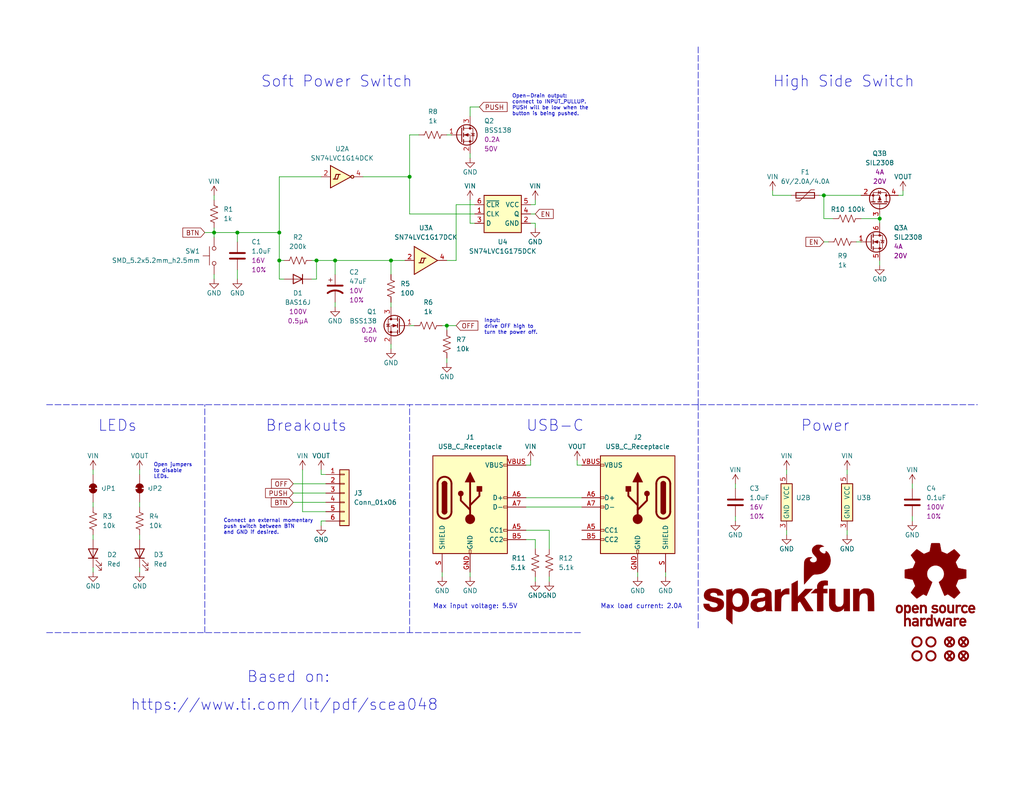
<source format=kicad_sch>
(kicad_sch (version 20231120) (generator "eeschema") (generator_version "8.0")
  (paper "USLetter")
  (title_block (title "SparkFun Soft Power Switch Mk2 USB-C") (date "2024-09-30") (rev "v10") (comment 1 "Designed by: Paul Clark"))
  (lib_symbols
    (symbol "SparkFun-Aesthetic:Fiducial_0.5mm"
      (symbol "Fiducial_0.5mm_1_1"
        (text "x" (at 0 0.254 0) (effects (font (size 2.5 2.5) (bold yes))))
      )
    )
    (symbol "SparkFun-Aesthetic:OSHW_Logo" (pin_names (offset 1.016)) (in_bom no))
    (symbol "SparkFun-Aesthetic:SparkFun_Logo" (pin_names (offset 1.016)) (on_board no))
    (symbol "SparkFun-Capacitor:0.1uF_0603_100V_10%" (pin_numbers hide) (pin_names (offset 0.254))
      (property "Reference" "C" (at 0.635 2.54 0))
      (property "Value" "0.1uF" (at 0.635 -2.54 0))
      (property "Voltage" "100V" (at 0 -6.35 0))
      (property "Tolerance" "10%" (at 0 -8.89 0))
      (symbol "0.1uF_0603_100V_10%_1_1"
        (pin passive line (at 0 3.81 270) (length 2.794) (name "~") (number "1"))
        (pin passive line (at 0 -3.81 90) (length 2.794) (name "~") (number "2"))
      )
    )
    (symbol "SparkFun-Capacitor:1.0uF_0603_16V_10%" (pin_numbers hide) (pin_names (offset 0.254))
      (property "Reference" "C" (at 0.635 2.54 0))
      (property "Value" "1.0uF" (at 0.635 -2.54 0))
      (property "Voltage" "16V" (at 0 -6.35 0))
      (property "Tolerance" "10%" (at 0 -8.89 0))
      (symbol "1.0uF_0603_16V_10%_1_1"
        (pin passive line (at 0 3.81 270) (length 2.794) (name "~") (number "1"))
        (pin passive line (at 0 -3.81 90) (length 2.794) (name "~") (number "2"))
      )
    )
    (symbol "SparkFun-Capacitor:47uF_3528_10V_10%" (pin_numbers hide) (pin_names (offset 0.254) hide)
      (property "Reference" "C" (at 0.635 2.54 0))
      (property "Value" "47uF" (at 0.635 -2.54 0))
      (property "Voltage" "10V" (at 0 -7.62 0))
      (property "Tolerance" "10%" (at 0 -10.16 0))
      (symbol "47uF_3528_10V_10%_1_1"
        (pin passive line (at 0 3.81 270) (length 2.794) (name "~") (number "1"))
        (pin passive line (at 0 -3.81 90) (length 3.302) (name "~") (number "2"))
      )
    )
    (symbol "SparkFun-Connector:Conn_01x06" (pin_names (offset 1.016) hide)
      (property "Reference" "J" (at 0 7.62 0))
      (property "Value" "Conn_01x06" (at 0 -10.16 0))
      (symbol "Conn_01x06_1_1"
        (pin passive line (at -5.08 5.08 0) (length 3.81) (name "Pin_1") (number "1"))
        (pin passive line (at -5.08 2.54 0) (length 3.81) (name "Pin_2") (number "2"))
        (pin passive line (at -5.08 0 0) (length 3.81) (name "Pin_3") (number "3"))
        (pin passive line (at -5.08 -2.54 0) (length 3.81) (name "Pin_4") (number "4"))
        (pin passive line (at -5.08 -5.08 0) (length 3.81) (name "Pin_5") (number "5"))
        (pin passive line (at -5.08 -7.62 0) (length 3.81) (name "Pin_6") (number "6"))
      )
    )
    (symbol "SparkFun-Connector:USB_C_Receptacle" (pin_names (offset 1.016))
      (property "Reference" "J" (at -10.16 12.7 0))
      (property "Value" "USB_C_Receptacle" (at 19.05 12.7 0))
      (symbol "USB_C_Receptacle_1_1"
        (pin bidirectional line (at 15.24 -8.89 180) (length 5.08) (name "CC1") (number "A5"))
        (pin bidirectional line (at 15.24 0 180) (length 5.08) (name "D+") (number "A6"))
        (pin bidirectional line (at 15.24 -2.54 180) (length 5.08) (name "D-") (number "A7"))
        (pin no_connect line (at 2.54 -15.24 90) (length 5.08) hide (name "NC") (number "A8"))
        (pin bidirectional line (at 15.24 -11.43 180) (length 5.08) (name "CC2") (number "B5"))
        (pin bidirectional line (at 15.24 0 180) (length 5.08) hide (name "D+") (number "B6"))
        (pin bidirectional line (at 15.24 -2.54 180) (length 5.08) hide (name "D-") (number "B7"))
        (pin no_connect line (at 3.81 -15.24 90) (length 5.08) hide (name "NC") (number "B8"))
        (pin passive line (at 0 -20.32 90) (length 5.08) (name "GND") (number "GND"))
        (pin no_connect line (at -5.08 -15.24 90) (length 5.08) hide (name "NC") (number "NC1"))
        (pin no_connect line (at -3.81 -15.24 90) (length 5.08) hide (name "NC") (number "NC2"))
        (pin no_connect line (at -2.54 -15.24 90) (length 5.08) hide (name "NC") (number "NC3"))
        (pin passive line (at -7.62 -20.32 90) (length 5.08) (name "SHIELD") (number "S"))
        (pin power_out line (at 15.24 8.89 180) (length 5.08) (name "VBUS") (number "VBUS"))
      )
    )
    (symbol "SparkFun-DiscreteSemi:D_250mA_100V" (pin_numbers hide) (pin_names (offset 1.016) hide)
      (property "Reference" "D" (at 0 2.54 0))
      (property "Value" "BAS16J" (at 0 -2.54 0))
      (property "VMax" "100V" (at 0 -5.08 0))
      (property "IRev" "0.5μA" (at 0 -7.62 0))
      (symbol "D_250mA_100V_1_1"
        (pin passive line (at 3.81 0 180) (length 2.54) (name "A") (number "A"))
        (pin passive line (at -3.81 0 0) (length 2.54) (name "C") (number "C"))
      )
    )
    (symbol "SparkFun-DiscreteSemi:Q_NMOS_0.2A_50V" (pin_names (offset 0) hide)
      (property "Reference" "Q" (at 5.08 1.27 0))
      (property "Value" "BSS138" (at 5.08 -1.27 0))
      (property "IMax" "0.2A" (at 7.62 -3.81 0))
      (property "VMax" "50V" (at 7.62 -6.35 0))
      (symbol "Q_NMOS_0.2A_50V_1_1"
        (pin input line (at -2.54 0 0) (length 0) (name "G") (number "1"))
        (pin passive line (at 2.54 -5.08 90) (length 2.54) (name "S") (number "2"))
        (pin passive line (at 2.54 5.08 270) (length 2.54) (name "D") (number "3"))
      )
    )
    (symbol "SparkFun-DiscreteSemi:Q_NPMOS_DUAL_4A_20V" (pin_names hide)
      (property "Reference" "Q" (at 5.08 1.905 0))
      (property "Value" "SIL2308" (at 5.08 0 0))
      (property "IMax" "4A" (at 6.35 -2.54 0))
      (property "VMax" "20V" (at 7.62 -5.08 0))
      (symbol "Q_NPMOS_DUAL_4A_20V_1_1"
        (pin input line (at -2.54 0 0) (length 0) (name "G") (number "1"))
        (pin passive line (at 2.54 -5.08 90) (length 2.54) (name "S") (number "5"))
        (pin passive line (at 2.54 5.08 270) (length 2.54) (name "D") (number "6"))
      )
      (symbol "Q_NPMOS_DUAL_4A_20V_2_1"
        (pin passive line (at 2.54 -5.08 90) (length 2.54) (name "1") (number "2"))
        (pin input line (at -2.54 0 0) (length 0) (name "G") (number "3"))
        (pin passive line (at 2.54 5.08 270) (length 2.54) (name "D") (number "4"))
      )
    )
    (symbol "SparkFun-Fuse:Fuse 6V/2.0A/4.0A" (pin_numbers hide) (pin_names (offset 0))
      (property "Reference" "F" (at 0 2.54 0))
      (property "Value" "6V/2.0A/4.0A" (at 0 -2.54 0))
      (symbol "Fuse 6V/2.0A/4.0A_1_1"
        (pin passive line (at 3.81 0 180) (length 1.27) (name "~") (number "1"))
        (pin passive line (at -3.81 0 0) (length 1.27) (name "~") (number "2"))
      )
    )
    (symbol "SparkFun-Hardware:Standoff")
    (symbol "SparkFun-IC-Logic:74LVC1G14"
      (property "Reference" "U" (at 2.54 3.81 0))
      (property "Value" "SN74LVC1G14DCK" (at 2.54 -3.81 0))
      (symbol "74LVC1G14_1_1"
        (pin input line (at -6.35 0 0) (length 2.54) (name "~") (number "2"))
        (pin output line (at 5.08 0 180) (length 2.54) (name "~") (number "4"))
      )
      (symbol "74LVC1G14_2_1"
        (pin power_in line (at 0 -7.62 90) (length 2.54) (name "GND") (number "3"))
        (pin power_in line (at 0 7.62 270) (length 2.54) (name "VCC") (number "5"))
      )
    )
    (symbol "SparkFun-IC-Logic:74LVC1G17"
      (property "Reference" "U" (at 1.905 2.54 0))
      (property "Value" "SN74LVC1G17DCK" (at 1.905 -2.54 0))
      (symbol "74LVC1G17_1_1"
        (pin input line (at -6.35 0 0) (length 2.54) (name "~") (number "2"))
        (pin output line (at 5.08 0 180) (length 2.54) (name "~") (number "4"))
      )
      (symbol "74LVC1G17_2_1"
        (pin power_in line (at 0 -7.62 90) (length 2.54) (name "GND") (number "3"))
        (pin power_in line (at 0 7.62 270) (length 2.54) (name "VCC") (number "5"))
      )
    )
    (symbol "SparkFun-IC-Logic:74LVC1G175"
      (property "Reference" "U" (at 0 8.89 0))
      (property "Value" "SN74LVC1G175DCK" (at 0 6.35 0))
      (symbol "74LVC1G175_1_1"
        (pin input line (at -7.62 0 0) (length 2.54) (name "CLK") (number "1"))
        (pin power_in line (at 7.62 -2.54 180) (length 2.54) (name "GND") (number "2"))
        (pin input line (at -7.62 -2.54 0) (length 2.54) (name "D") (number "3"))
        (pin output line (at 7.62 0 180) (length 2.54) (name "Q") (number "4"))
        (pin power_in line (at 7.62 2.54 180) (length 2.54) (name "VCC") (number "5"))
        (pin input line (at -7.62 2.54 0) (length 2.54) (name "~{CLR}") (number "6"))
      )
    )
    (symbol "SparkFun-Jumper:SolderJumper_2_Bridged" (pin_numbers hide) (pin_names (offset 0) hide)
      (property "Reference" "JP" (at 0 2.032 0))
      (property "Value" "~" (at 0 -2.54 0))
      (symbol "SolderJumper_2_Bridged_1_1"
        (pin passive line (at -3.81 0 0) (length 2.54) (name "A") (number "1"))
        (pin passive line (at 3.81 0 180) (length 2.54) (name "B") (number "2"))
      )
    )
    (symbol "SparkFun-LED:LED_Red_0603" (pin_numbers hide) (pin_names (offset 1.016) hide)
      (property "Reference" "D" (at 0 2.54 0))
      (property "Value" "Red" (at 0 -2.54 0))
      (symbol "LED_Red_0603_1_1"
        (pin passive line (at -3.81 0 0) (length 2.54) (name "K") (number "1"))
        (pin passive line (at 3.81 0 180) (length 2.54) (name "A") (number "2"))
      )
    )
    (symbol "SparkFun-PowerSymbol:GND" (power) (pin_names (offset 0))
      (property "Value" "GND" (at 0 -3.81 0))
      (symbol "GND_1_1"
        (pin power_in line (at 0 0 270) (length 0) hide (name "GND") (number "1"))
      )
    )
    (symbol "SparkFun-PowerSymbol:VIN" (power) (pin_names (offset 0))
      (property "Value" "VIN" (at 0 3.81 0))
      (symbol "VIN_1_1"
        (pin power_in line (at 0 0 90) (length 0) hide (name "VIN") (number "1"))
      )
    )
    (symbol "SparkFun-PowerSymbol:VOUT" (power) (pin_names (offset 0))
      (property "Value" "VOUT" (at 0 3.81 0))
      (symbol "VOUT_1_1"
        (pin power_in line (at 0 0 90) (length 0) hide (name "VOUT") (number "1"))
      )
    )
    (symbol "SparkFun-Resistor:100_0603" (pin_numbers hide) (pin_names (offset 0))
      (property "Reference" "R" (at 0 -2.54 0))
      (property "Value" "100" (at 0 2.54 0))
      (symbol "100_0603_1_1"
        (pin passive line (at 3.81 0 180) (length 1.27) (name "~") (number "1"))
        (pin passive line (at -3.81 0 0) (length 1.27) (name "~") (number "2"))
      )
    )
    (symbol "SparkFun-Resistor:100k_0603" (pin_numbers hide) (pin_names (offset 0))
      (property "Reference" "R" (at 0 -2.54 0))
      (property "Value" "100k" (at 0 2.54 0))
      (symbol "100k_0603_1_1"
        (pin passive line (at 3.81 0 180) (length 1.27) (name "~") (number "1"))
        (pin passive line (at -3.81 0 0) (length 1.27) (name "~") (number "2"))
      )
    )
    (symbol "SparkFun-Resistor:10k_0603" (pin_numbers hide) (pin_names (offset 0))
      (property "Reference" "R" (at 0 -2.54 0))
      (property "Value" "10k" (at 0 2.54 0))
      (symbol "10k_0603_1_1"
        (pin passive line (at 3.81 0 180) (length 1.27) (name "~") (number "1"))
        (pin passive line (at -3.81 0 0) (length 1.27) (name "~") (number "2"))
      )
    )
    (symbol "SparkFun-Resistor:1k_0603" (pin_numbers hide) (pin_names (offset 0))
      (property "Reference" "R" (at 0 -2.54 0))
      (property "Value" "1k" (at 0 2.54 0))
      (symbol "1k_0603_1_1"
        (pin passive line (at 3.81 0 180) (length 1.27) (name "~") (number "1"))
        (pin passive line (at -3.81 0 0) (length 1.27) (name "~") (number "2"))
      )
    )
    (symbol "SparkFun-Resistor:200k_0603" (pin_numbers hide) (pin_names (offset 0))
      (property "Reference" "R" (at 0 -2.54 0))
      (property "Value" "200k" (at 0 2.54 0))
      (symbol "200k_0603_1_1"
        (pin passive line (at 3.81 0 180) (length 1.27) (name "~") (number "1"))
        (pin passive line (at -3.81 0 0) (length 1.27) (name "~") (number "2"))
      )
    )
    (symbol "SparkFun-Resistor:5.1k_0603" (pin_numbers hide) (pin_names (offset 0))
      (property "Reference" "R" (at 0 -2.54 0))
      (property "Value" "5.1k" (at 0 2.54 0))
      (symbol "5.1k_0603_1_1"
        (pin passive line (at 3.81 0 180) (length 1.27) (name "~") (number "1"))
        (pin passive line (at -3.81 0 0) (length 1.27) (name "~") (number "2"))
      )
    )
    (symbol "SparkFun-Switch:SPST_Push_SMD_5.2x5.2mm_h2.5mm" (pin_numbers hide) (pin_names (offset 0) hide)
      (property "Reference" "SW" (at 0 5.08 0))
      (property "Value" "SMD_5.2x5.2mm_h2.5mm" (at 0 -2.54 0))
      (symbol "SPST_Push_SMD_5.2x5.2mm_h2.5mm_0_1"
        (pin passive line (at -5.08 0 0) (length 2.54) (name "1") (number "1"))
      )
      (symbol "SPST_Push_SMD_5.2x5.2mm_h2.5mm_1_1"
        (pin passive line (at 5.08 0 180) (length 2.54) (name "2") (number "2"))
      )
    )
  )
  (junction (at 111.76 48.26))
  (junction (at 86.36 71.12))
  (junction (at 58.42 63.5))
  (junction (at 91.44 71.12))
  (junction (at 240.03 59.69))
  (junction (at 76.2 71.12))
  (junction (at 121.92 88.9))
  (junction (at 64.77 63.5))
  (junction (at 224.79 53.34))
  (junction (at 76.2 63.5))
  (junction (at 106.68 71.12))
  (wire (pts (xy 248.92 132.08) (xy 248.92 133.35)))
  (wire (pts (xy 106.68 93.98) (xy 106.68 95.25)))
  (wire (pts (xy 120.65 88.9) (xy 121.92 88.9)))
  (wire (pts (xy 224.79 59.69) (xy 224.79 53.34)))
  (wire (pts (xy 240.03 71.12) (xy 240.03 72.39)))
  (wire (pts (xy 106.68 71.12) (xy 110.49 71.12)))
  (wire (pts (xy 38.1 128.27) (xy 38.1 129.54)))
  (wire (pts (xy 246.38 52.07) (xy 246.38 53.34)))
  (wire (pts (xy 234.95 59.69) (xy 240.03 59.69)))
  (wire (pts (xy 157.48 127) (xy 158.75 127)))
  (wire (pts (xy 130.81 29.21) (xy 128.27 29.21)))
  (polyline (pts (xy 190.5 171.45) (xy 190.5 110.49)) (stroke (width 0) (type dash)))
  (polyline (pts (xy 12.7 110.49) (xy 266.7 110.49)) (stroke (width 0) (type dash)))
  (polyline (pts (xy 55.88 172.72) (xy 55.88 110.49)) (stroke (width 0) (type dash)))
  (wire (pts (xy 58.42 53.34) (xy 58.42 54.61)))
  (wire (pts (xy 85.09 71.12) (xy 86.36 71.12)))
  (wire (pts (xy 58.42 63.5) (xy 64.77 63.5)))
  (wire (pts (xy 129.54 60.96) (xy 128.27 60.96)))
  (wire (pts (xy 144.78 55.88) (xy 146.05 55.88)))
  (wire (pts (xy 64.77 73.66) (xy 64.77 76.2)))
  (wire (pts (xy 121.92 36.83) (xy 123.19 36.83)))
  (wire (pts (xy 58.42 62.23) (xy 58.42 63.5)))
  (wire (pts (xy 224.79 53.34) (xy 234.95 53.34)))
  (wire (pts (xy 227.33 59.69) (xy 224.79 59.69)))
  (wire (pts (xy 64.77 66.04) (xy 64.77 63.5)))
  (wire (pts (xy 91.44 71.12) (xy 106.68 71.12)))
  (polyline (pts (xy 12.7 172.72) (xy 158.75 172.72)) (stroke (width 0) (type dash)))
  (wire (pts (xy 231.14 144.78) (xy 231.14 146.05)))
  (wire (pts (xy 248.92 140.97) (xy 248.92 142.24)))
  (wire (pts (xy 91.44 74.93) (xy 91.44 71.12)))
  (wire (pts (xy 25.4 154.94) (xy 25.4 156.21)))
  (wire (pts (xy 99.06 48.26) (xy 111.76 48.26)))
  (wire (pts (xy 128.27 41.91) (xy 128.27 43.18)))
  (wire (pts (xy 76.2 63.5) (xy 64.77 63.5)))
  (wire (pts (xy 111.76 58.42) (xy 129.54 58.42)))
  (wire (pts (xy 87.63 48.26) (xy 76.2 48.26)))
  (wire (pts (xy 86.36 76.2) (xy 86.36 71.12)))
  (wire (pts (xy 80.01 132.08) (xy 88.9 132.08)))
  (wire (pts (xy 88.9 129.54) (xy 87.63 129.54)))
  (wire (pts (xy 77.47 76.2) (xy 76.2 76.2)))
  (wire (pts (xy 149.86 149.86) (xy 149.86 144.78)))
  (wire (pts (xy 144.78 60.96) (xy 146.05 60.96)))
  (wire (pts (xy 121.92 90.17) (xy 121.92 88.9)))
  (wire (pts (xy 224.79 66.04) (xy 226.06 66.04)))
  (wire (pts (xy 200.66 140.97) (xy 200.66 142.24)))
  (wire (pts (xy 173.99 156.21) (xy 173.99 157.48)))
  (wire (pts (xy 88.9 139.7) (xy 82.55 139.7)))
  (wire (pts (xy 143.51 135.89) (xy 158.75 135.89)))
  (wire (pts (xy 223.52 53.34) (xy 224.79 53.34)))
  (wire (pts (xy 111.76 48.26) (xy 111.76 58.42)))
  (wire (pts (xy 214.63 144.78) (xy 214.63 146.05)))
  (wire (pts (xy 76.2 71.12) (xy 76.2 63.5)))
  (wire (pts (xy 128.27 29.21) (xy 128.27 31.75)))
  (wire (pts (xy 55.88 63.5) (xy 58.42 63.5)))
  (wire (pts (xy 111.76 88.9) (xy 113.03 88.9)))
  (wire (pts (xy 146.05 54.61) (xy 146.05 55.88)))
  (wire (pts (xy 240.03 58.42) (xy 240.03 59.69)))
  (wire (pts (xy 25.4 137.16) (xy 25.4 138.43)))
  (wire (pts (xy 86.36 71.12) (xy 91.44 71.12)))
  (wire (pts (xy 88.9 142.24) (xy 87.63 142.24)))
  (wire (pts (xy 157.48 125.73) (xy 157.48 127)))
  (wire (pts (xy 120.65 156.21) (xy 120.65 157.48)))
  (wire (pts (xy 38.1 154.94) (xy 38.1 156.21)))
  (wire (pts (xy 124.46 71.12) (xy 124.46 55.88)))
  (wire (pts (xy 143.51 144.78) (xy 149.86 144.78)))
  (wire (pts (xy 76.2 76.2) (xy 76.2 71.12)))
  (wire (pts (xy 146.05 149.86) (xy 146.05 147.32)))
  (wire (pts (xy 111.76 36.83) (xy 111.76 48.26)))
  (wire (pts (xy 143.51 127) (xy 144.78 127)))
  (wire (pts (xy 106.68 82.55) (xy 106.68 83.82)))
  (wire (pts (xy 143.51 147.32) (xy 146.05 147.32)))
  (wire (pts (xy 200.66 132.08) (xy 200.66 133.35)))
  (wire (pts (xy 144.78 125.73) (xy 144.78 127)))
  (wire (pts (xy 144.78 58.42) (xy 146.05 58.42)))
  (wire (pts (xy 215.9 53.34) (xy 210.82 53.34)))
  (wire (pts (xy 25.4 146.05) (xy 25.4 147.32)))
  (wire (pts (xy 146.05 157.48) (xy 146.05 158.75)))
  (wire (pts (xy 85.09 76.2) (xy 86.36 76.2)))
  (wire (pts (xy 91.44 82.55) (xy 91.44 83.82)))
  (wire (pts (xy 146.05 60.96) (xy 146.05 62.23)))
  (wire (pts (xy 76.2 48.26) (xy 76.2 63.5)))
  (wire (pts (xy 38.1 137.16) (xy 38.1 138.43)))
  (wire (pts (xy 80.01 137.16) (xy 88.9 137.16)))
  (wire (pts (xy 58.42 64.77) (xy 58.42 63.5)))
  (wire (pts (xy 240.03 59.69) (xy 240.03 60.96)))
  (wire (pts (xy 114.3 36.83) (xy 111.76 36.83)))
  (wire (pts (xy 76.2 71.12) (xy 77.47 71.12)))
  (wire (pts (xy 181.61 156.21) (xy 181.61 157.48)))
  (polyline (pts (xy 190.5 110.49) (xy 190.5 12.7)) (stroke (width 0) (type dash)))
  (wire (pts (xy 121.92 97.79) (xy 121.92 99.06)))
  (wire (pts (xy 231.14 128.27) (xy 231.14 129.54)))
  (wire (pts (xy 87.63 142.24) (xy 87.63 143.51)))
  (wire (pts (xy 210.82 53.34) (xy 210.82 52.07)))
  (wire (pts (xy 245.11 53.34) (xy 246.38 53.34)))
  (polyline (pts (xy 111.76 172.72) (xy 111.76 110.49)) (stroke (width 0) (type dash)))
  (wire (pts (xy 124.46 55.88) (xy 129.54 55.88)))
  (wire (pts (xy 128.27 54.61) (xy 128.27 60.96)))
  (wire (pts (xy 38.1 146.05) (xy 38.1 147.32)))
  (wire (pts (xy 58.42 74.93) (xy 58.42 76.2)))
  (wire (pts (xy 143.51 138.43) (xy 158.75 138.43)))
  (wire (pts (xy 121.92 88.9) (xy 124.46 88.9)))
  (wire (pts (xy 82.55 128.27) (xy 82.55 139.7)))
  (wire (pts (xy 233.68 66.04) (xy 234.95 66.04)))
  (wire (pts (xy 87.63 128.27) (xy 87.63 129.54)))
  (wire (pts (xy 25.4 128.27) (xy 25.4 129.54)))
  (wire (pts (xy 106.68 74.93) (xy 106.68 71.12)))
  (wire (pts (xy 149.86 157.48) (xy 149.86 158.75)))
  (wire (pts (xy 80.01 134.62) (xy 88.9 134.62)))
  (wire (pts (xy 214.63 128.27) (xy 214.63 129.54)))
  (wire (pts (xy 121.92 71.12) (xy 124.46 71.12)))
  (wire (pts (xy 128.27 156.21) (xy 128.27 157.48)))
  (text "Connect an external momentary\npush switch between BTN\nand GND if desired." (at 60.96 146.05 0) (effects (font (size 1 1)) (justify left bottom)))
  (text "High Side Switch" (at 210.82 24.13 0) (effects (font (size 3 3)) (justify left bottom)))
  (text "Soft Power Switch" (at 71.12 24.13 0) (effects (font (size 3 3)) (justify left bottom)))
  (text "Open jumpers\nto disable\nLEDs." (at 41.91 130.81 0) (effects (font (size 1 1)) (justify left bottom)))
  (text "Breakouts" (at 72.39 118.11 0) (effects (font (size 3 3)) (justify left bottom)))
  (text "Open-Drain output:\nconnect to INPUT_PULLUP.\nPUSH will be low when the\nbutton is being pushed." (at 139.7 31.75 0) (effects (font (size 1 1)) (justify left bottom)))
  (text "Input:\ndrive OFF high to\nturn the power off." (at 132.08 91.44 0) (effects (font (size 1 1)) (justify left bottom)))
  (text "Max load current: 2.0A" (at 163.83 166.37 0) (effects (font (size 1.27 1.27)) (justify left bottom)))
  (text "Max input voltage: 5.5V" (at 118.11 166.37 0) (effects (font (size 1.27 1.27)) (justify left bottom)))
  (text "Power" (at 218.44 118.11 0) (effects (font (size 3 3)) (justify left bottom)))
  (text "LEDs" (at 26.67 118.11 0) (effects (font (size 3 3)) (justify left bottom)))
  (text "https://www.ti.com/lit/pdf/scea048" (at 35.56 194.31 0) (effects (font (size 3 3)) (justify left bottom)))
  (text "USB-C" (at 143.51 118.11 0) (effects (font (size 3 3)) (justify left bottom)))
  (text "Based on:" (at 67.31 186.69 0) (effects (font (size 3 3)) (justify left bottom)))
  (global_label "PUSH" (shape input) (at 80.01 134.62 180) (property "Intersheetrefs" "${INTERSHEET_REFS}" (effects (hide yes))))
  (global_label "PUSH" (shape input) (at 130.81 29.21 0) (property "Intersheetrefs" "${INTERSHEET_REFS}" (effects (hide yes))))
  (global_label "EN" (shape input) (at 224.79 66.04 180) (property "Intersheetrefs" "${INTERSHEET_REFS}" (effects (hide yes))))
  (global_label "EN" (shape input) (at 146.05 58.42 0) (property "Intersheetrefs" "${INTERSHEET_REFS}" (effects (hide yes))))
  (global_label "BTN" (shape input) (at 55.88 63.5 180) (property "Intersheetrefs" "${INTERSHEET_REFS}" (effects (hide yes))))
  (global_label "OFF" (shape input) (at 80.01 132.08 180) (property "Intersheetrefs" "${INTERSHEET_REFS}" (effects (hide yes))))
  (global_label "BTN" (shape input) (at 80.01 137.16 180) (property "Intersheetrefs" "${INTERSHEET_REFS}" (effects (hide yes))))
  (global_label "OFF" (shape input) (at 124.46 88.9 0) (property "Intersheetrefs" "${INTERSHEET_REFS}" (effects (hide yes))))
  (symbol (lib_id "SparkFun-Hardware:Standoff") (at 250.19 179.07 0) (unit 1)
    (property "Reference" "ST2" (effects (hide yes)))
    (property "Value" "Standoff" (effects (hide yes)))
    (property "Footprint" "SparkFun-Hardware:Standoff" (effects (hide yes)))
    (property "Description" "Drill holes for mechanically mounting via screws, standoffs, etc." (effects (hide yes)))
  )
  (symbol (lib_id "SparkFun-PowerSymbol:GND") (at 146.05 158.75 0) (unit 1)
    (property "Reference" "#PWR035" (effects (hide yes)))
    (property "Value" "GND" (at 146.05 162.56 0))
    (property "Description" "Power symbol creates a global label with name \"GND\" , ground" (effects (hide yes)))
  )
  (symbol (lib_id "SparkFun-PowerSymbol:VOUT") (at 87.63 128.27 0) (unit 1)
    (property "Reference" "#PWR027" (effects (hide yes)))
    (property "Value" "VOUT" (at 87.63 124.46 0))
    (property "Description" "Power symbol creates a global label with name \"VOUT\"" (effects (hide yes)))
  )
  (symbol (lib_id "SparkFun-Resistor:1k_0603") (at 229.87 66.04 0) (unit 1)
    (property "Reference" "R9" (at 229.87 69.85 0))
    (property "Value" "1k" (at 229.87 72.39 0))
    (property "Footprint" "SparkFun-Resistor:R_0603_1608Metric" (effects (hide yes)))
    (property "Datasheet" "https://www.vishay.com/docs/20035/dcrcwe3.pdf" (effects (hide yes)))
    (property "Description" "Resistor" (effects (hide yes)))
    (property "PROD_ID" "RES-07856" (effects (hide yes)))
  )
  (symbol (lib_id "SparkFun-Resistor:10k_0603") (at 121.92 93.98 90) (unit 1)
    (property "Reference" "R7" (at 124.46 92.71 90) (effects (justify right)))
    (property "Value" "10k" (at 124.46 95.25 90) (effects (justify right)))
    (property "Footprint" "SparkFun-Resistor:R_0603_1608Metric" (effects (hide yes)))
    (property "Datasheet" "https://www.vishay.com/docs/20035/dcrcwe3.pdf" (effects (hide yes)))
    (property "Description" "Resistor" (effects (hide yes)))
    (property "PROD_ID" "RES-00824" (effects (hide yes)))
  )
  (symbol (lib_id "SparkFun-PowerSymbol:GND") (at 149.86 158.75 0) (unit 1)
    (property "Reference" "#PWR036" (effects (hide yes)))
    (property "Value" "GND" (at 149.86 162.56 0))
    (property "Description" "Power symbol creates a global label with name \"GND\" , ground" (effects (hide yes)))
  )
  (symbol (lib_id "SparkFun-DiscreteSemi:Q_NMOS_0.2A_50V") (at 125.73 36.83 0) (unit 1)
    (property "Reference" "Q2" (at 132.08 33.02 0) (effects (justify left)))
    (property "Value" "BSS138" (at 132.08 35.56 0) (effects (justify left)))
    (property "Footprint" "SparkFun-Semiconductor-Standard:SOT23-3" (effects (hide yes)))
    (property "Datasheet" "https://cdn.sparkfun.com/datasheets/BreakoutBoards/BSS138.pdf" (effects (hide yes)))
    (property "Description" "N-MOSFET transistor, drain/gate/source" (effects (hide yes)))
    (property "PROD_ID" "TRANS-00830" (effects (hide yes)))
    (property "IMax" "0.2A" (at 132.08 38.1 0) (effects (justify left)))
    (property "VMax" "50V" (at 132.08 40.64 0) (effects (justify left)))
  )
  (symbol (lib_id "SparkFun-Resistor:1k_0603") (at 58.42 58.42 90) (unit 1)
    (property "Reference" "R1" (at 60.96 57.15 90) (effects (justify right)))
    (property "Value" "1k" (at 60.96 59.69 90) (effects (justify right)))
    (property "Footprint" "SparkFun-Resistor:R_0603_1608Metric" (effects (hide yes)))
    (property "Datasheet" "https://www.vishay.com/docs/20035/dcrcwe3.pdf" (effects (hide yes)))
    (property "Description" "Resistor" (effects (hide yes)))
    (property "PROD_ID" "RES-07856" (effects (hide yes)))
  )
  (symbol (lib_id "SparkFun-Resistor:1k_0603") (at 118.11 36.83 180) (unit 1)
    (property "Reference" "R8" (at 118.11 30.48 0))
    (property "Value" "1k" (at 118.11 33.02 0))
    (property "Footprint" "SparkFun-Resistor:R_0603_1608Metric" (effects (hide yes)))
    (property "Datasheet" "https://www.vishay.com/docs/20035/dcrcwe3.pdf" (effects (hide yes)))
    (property "Description" "Resistor" (effects (hide yes)))
    (property "PROD_ID" "RES-07856" (effects (hide yes)))
  )
  (symbol (lib_id "SparkFun-PowerSymbol:GND") (at 173.99 157.48 0) (unit 1)
    (property "Reference" "#PWR033" (effects (hide yes)))
    (property "Value" "GND" (at 173.99 161.29 0))
    (property "Description" "Power symbol creates a global label with name \"GND\" , ground" (effects (hide yes)))
  )
  (symbol (lib_id "SparkFun-PowerSymbol:GND") (at 25.4 156.21 0) (unit 1)
    (property "Reference" "#PWR014" (effects (hide yes)))
    (property "Value" "GND" (at 25.4 160.02 0))
    (property "Description" "Power symbol creates a global label with name \"GND\" , ground" (effects (hide yes)))
  )
  (symbol (lib_id "SparkFun-Jumper:SolderJumper_2_Bridged") (at 25.4 133.35 90) (unit 1)
    (property "Reference" "JP1" (at 27.94 133.35 90) (effects (justify right)))
    (property "Value" "~" (at 27.94 133.35 0))
    (property "Footprint" "SparkFun-Jumper:Jumper_2_NC_Trace" (effects (hide yes)))
    (property "Description" "Solder Jumper, 2-pole, closed/bridged" (effects (hide yes)))
  )
  (symbol (lib_id "SparkFun-PowerSymbol:VIN") (at 58.42 53.34 0) (unit 1)
    (property "Reference" "#PWR017" (effects (hide yes)))
    (property "Value" "VIN" (at 58.42 49.53 0))
    (property "Description" "Power symbol creates a global label with name \"VIN\"" (effects (hide yes)))
  )
  (symbol (lib_id "SparkFun-IC-Logic:74LVC1G175") (at 137.16 58.42 0) (unit 1)
    (property "Reference" "U4" (at 137.16 66.04 0))
    (property "Value" "SN74LVC1G175DCK" (at 137.16 68.58 0))
    (property "Footprint" "SparkFun-Semiconductor-Standard:SOT-323" (effects (hide yes)))
    (property "Datasheet" "https://www.ti.com/lit/gpn/SN74LVC1G175" (effects (hide yes)))
    (property "Description" "Single D-Type Flip-Flop With Asynchronous Clear, 1.65V to 5.5V, SOT-323 (SC70)" (effects (hide yes)))
    (property "PROD_ID" "IC-21905" (effects (hide yes)))
  )
  (symbol (lib_id "SparkFun-PowerSymbol:VIN") (at 210.82 52.07 0) (unit 1)
    (property "Reference" "#PWR030" (effects (hide yes)))
    (property "Value" "VIN" (at 210.82 48.26 0))
    (property "Description" "Power symbol creates a global label with name \"VIN\"" (effects (hide yes)))
  )
  (symbol (lib_id "SparkFun-PowerSymbol:VIN") (at 146.05 54.61 0) (unit 1)
    (property "Reference" "#PWR025" (effects (hide yes)))
    (property "Value" "VIN" (at 146.05 50.8 0))
    (property "Description" "Power symbol creates a global label with name \"VIN\"" (effects (hide yes)))
  )
  (symbol (lib_id "SparkFun-PowerSymbol:GND") (at 87.63 143.51 0) (unit 1)
    (property "Reference" "#PWR029" (effects (hide yes)))
    (property "Value" "GND" (at 87.63 147.32 0))
    (property "Description" "Power symbol creates a global label with name \"GND\" , ground" (effects (hide yes)))
  )
  (symbol (lib_id "SparkFun-PowerSymbol:VIN") (at 82.55 128.27 0) (unit 1)
    (property "Reference" "#PWR028" (effects (hide yes)))
    (property "Value" "VIN" (at 82.55 124.46 0))
    (property "Description" "Power symbol creates a global label with name \"VIN\"" (effects (hide yes)))
  )
  (symbol (lib_id "SparkFun-PowerSymbol:VOUT") (at 38.1 128.27 0) (unit 1)
    (property "Reference" "#PWR016" (effects (hide yes)))
    (property "Value" "VOUT" (at 38.1 124.46 0))
    (property "Description" "Power symbol creates a global label with name \"VOUT\"" (effects (hide yes)))
  )
  (symbol (lib_id "SparkFun-Connector:USB_C_Receptacle") (at 128.27 135.89 0) (unit 1)
    (property "Reference" "J1" (at 128.27 119.38 0))
    (property "Value" "USB_C_Receptacle" (at 128.27 121.92 0))
    (property "Footprint" "SparkFun-Connector:USB-C_16" (effects (hide yes)))
    (property "Datasheet" "https://www.usb.org/sites/default/files/documents/usb_type-c.zip" (effects (hide yes)))
    (property "Description" "USB 2.0-only Type-C Receptacle connector" (effects (hide yes)))
    (property "PROD_ID" "CONN-14122" (effects (hide yes)))
  )
  (symbol (lib_id "SparkFun-IC-Logic:74LVC1G14") (at 214.63 137.16 0) (unit 2)
    (property "Reference" "U2" (at 217.17 135.89 0) (effects (justify left)))
    (property "Value" "SN74LVC1G14DCK" (effects (hide yes)))
    (property "Footprint" "SparkFun-Semiconductor-Standard:SOT-353" (effects (hide yes)))
    (property "Datasheet" "https://www.ti.com/lit/gpn/SN74LVC1G14" (effects (hide yes)))
    (property "Description" "Single Schmitt-Trigger Inverter, Low-Voltage CMOS, 1.65V to 5.5V, SOT-353 (SC70)" (effects (hide yes)))
    (property "PROD_ID" "IC-21903" (effects (hide yes)))
  )
  (symbol (lib_id "SparkFun-Resistor:5.1k_0603") (at 149.86 153.67 270) (mirror x) (unit 1)
    (property "Reference" "R12" (at 152.4 152.4 90) (effects (justify left)))
    (property "Value" "5.1k" (at 152.4 154.94 90) (effects (justify left)))
    (property "Footprint" "SparkFun-Resistor:R_0603_1608Metric" (effects (hide yes)))
    (property "Datasheet" "https://www.vishay.com/docs/20035/dcrcwe3.pdf" (effects (hide yes)))
    (property "Description" "Resistor" (effects (hide yes)))
    (property "PROD_ID" "RES-12083" (effects (hide yes)))
  )
  (symbol (lib_id "SparkFun-PowerSymbol:GND") (at 146.05 62.23 0) (unit 1)
    (property "Reference" "#PWR024" (effects (hide yes)))
    (property "Value" "GND" (at 146.05 66.04 0))
    (property "Description" "Power symbol creates a global label with name \"GND\" , ground" (effects (hide yes)))
  )
  (symbol (lib_id "SparkFun-IC-Logic:74LVC1G17") (at 231.14 137.16 0) (unit 2)
    (property "Reference" "U3" (at 233.68 135.89 0) (effects (justify left)))
    (property "Value" "SN74LVC1G17DCK" (effects (hide yes)))
    (property "Footprint" "SparkFun-Semiconductor-Standard:SOT-353" (effects (hide yes)))
    (property "Datasheet" "https://www.ti.com/lit/gpn/SN74LVC1G17" (effects (hide yes)))
    (property "Description" "Single Schmitt-Trigger Buffer, Low-Voltage CMOS, 1.65V to 5.5V, SOT-353 (SC70)" (effects (hide yes)))
    (property "PROD_ID" "IC-21904" (effects (hide yes)))
  )
  (symbol (lib_id "SparkFun-PowerSymbol:GND") (at 64.77 76.2 0) (unit 1)
    (property "Reference" "#PWR020" (effects (hide yes)))
    (property "Value" "GND" (at 64.77 80.01 0))
    (property "Description" "Power symbol creates a global label with name \"GND\" , ground" (effects (hide yes)))
  )
  (symbol (lib_id "SparkFun-DiscreteSemi:D_250mA_100V") (at 81.28 76.2 0) (mirror y) (unit 1)
    (property "Reference" "D1" (at 81.28 80.01 0))
    (property "Value" "BAS16J" (at 81.28 82.55 0))
    (property "Footprint" "SparkFun-Semiconductor-Standard:SOD-323" (effects (hide yes)))
    (property "Datasheet" "https://assets.nexperia.com/documents/data-sheet/BAS16J.pdf" (effects (hide yes)))
    (property "Description" "Diode" (effects (hide yes)))
    (property "PROD_ID" "DIO-09646" (effects (hide yes)))
    (property "VMax" "100V" (at 81.28 85.09 0))
    (property "IRev" "0.5μA" (at 81.28 87.63 0))
  )
  (symbol (lib_id "SparkFun-PowerSymbol:GND") (at 181.61 157.48 0) (unit 1)
    (property "Reference" "#PWR034" (effects (hide yes)))
    (property "Value" "GND" (at 181.61 161.29 0))
    (property "Description" "Power symbol creates a global label with name \"GND\" , ground" (effects (hide yes)))
  )
  (symbol (lib_id "SparkFun-Capacitor:47uF_3528_10V_10%") (at 91.44 78.74 0) (unit 1)
    (property "Reference" "C2" (at 95.25 74.2949 0) (effects (justify left)))
    (property "Value" "47uF" (at 95.25 76.8349 0) (effects (justify left)))
    (property "Footprint" "SparkFun-Capacitor:EIA-3528" (effects (hide yes)))
    (property "Datasheet" "https://www.vishay.com/docs/40002/293d.pdf" (effects (hide yes)))
    (property "Description" "Polarized tantalum capacitor" (effects (hide yes)))
    (property "PROD_ID" "CAP-08310" (effects (hide yes)))
    (property "Voltage" "10V" (at 95.25 79.3749 0) (effects (justify left)))
    (property "Tolerance" "10%" (at 95.25 81.9149 0) (effects (justify left)))
  )
  (symbol (lib_id "SparkFun-PowerSymbol:VOUT") (at 157.48 125.73 0) (unit 1)
    (property "Reference" "#PWR02" (effects (hide yes)))
    (property "Value" "VOUT" (at 157.48 121.92 0))
    (property "Description" "Power symbol creates a global label with name \"VOUT\"" (effects (hide yes)))
  )
  (symbol (lib_id "SparkFun-Hardware:Standoff") (at 254 179.07 0) (unit 1)
    (property "Reference" "ST4" (effects (hide yes)))
    (property "Value" "Standoff" (effects (hide yes)))
    (property "Footprint" "SparkFun-Hardware:Standoff" (effects (hide yes)))
    (property "Description" "Drill holes for mechanically mounting via screws, standoffs, etc." (effects (hide yes)))
  )
  (symbol (lib_id "SparkFun-Connector:USB_C_Receptacle") (at 173.99 135.89 0) (mirror y) (unit 1)
    (property "Reference" "J2" (at 173.99 119.38 0))
    (property "Value" "USB_C_Receptacle" (at 173.99 121.92 0))
    (property "Footprint" "SparkFun-Connector:USB-C_16" (effects (hide yes)))
    (property "Datasheet" "https://www.usb.org/sites/default/files/documents/usb_type-c.zip" (effects (hide yes)))
    (property "Description" "USB 2.0-only Type-C Receptacle connector" (effects (hide yes)))
    (property "PROD_ID" "CONN-14122" (effects (hide yes)))
  )
  (symbol (lib_id "SparkFun-PowerSymbol:GND") (at 121.92 99.06 0) (unit 1)
    (property "Reference" "#PWR023" (effects (hide yes)))
    (property "Value" "GND" (at 121.92 102.87 0))
    (property "Description" "Power symbol creates a global label with name \"GND\" , ground" (effects (hide yes)))
  )
  (symbol (lib_id "SparkFun-PowerSymbol:VIN") (at 231.14 128.27 0) (unit 1)
    (property "Reference" "#PWR09" (effects (hide yes)))
    (property "Value" "VIN" (at 231.14 124.46 0))
    (property "Description" "Power symbol creates a global label with name \"VIN\"" (effects (hide yes)))
  )
  (symbol (lib_id "SparkFun-Capacitor:1.0uF_0603_16V_10%") (at 64.77 69.85 0) (unit 1)
    (property "Reference" "C1" (at 68.58 66.04 0) (effects (justify left)))
    (property "Value" "1.0uF" (at 68.58 68.58 0) (effects (justify left)))
    (property "Footprint" "SparkFun-Capacitor:C_0603_1608Metric" (effects (hide yes)))
    (property "Datasheet" "https://cdn.sparkfun.com/assets/8/a/4/a/5/Kemet_Capacitor_Datasheet.pdf" (effects (hide yes)))
    (property "Description" "Unpolarized capacitor" (effects (hide yes)))
    (property "PROD_ID" "CAP-13930" (effects (hide yes)))
    (property "Voltage" "16V" (at 68.58 71.12 0) (effects (justify left)))
    (property "Tolerance" "10%" (at 68.58 73.66 0) (effects (justify left)))
  )
  (symbol (lib_id "SparkFun-Resistor:5.1k_0603") (at 146.05 153.67 90) (unit 1)
    (property "Reference" "R11" (at 143.51 152.4 90) (effects (justify left)))
    (property "Value" "5.1k" (at 143.51 154.94 90) (effects (justify left)))
    (property "Footprint" "SparkFun-Resistor:R_0603_1608Metric" (effects (hide yes)))
    (property "Datasheet" "https://www.vishay.com/docs/20035/dcrcwe3.pdf" (effects (hide yes)))
    (property "Description" "Resistor" (effects (hide yes)))
    (property "PROD_ID" "RES-12083" (effects (hide yes)))
  )
  (symbol (lib_id "SparkFun-PowerSymbol:GND") (at 58.42 76.2 0) (unit 1)
    (property "Reference" "#PWR019" (effects (hide yes)))
    (property "Value" "GND" (at 58.42 80.01 0))
    (property "Description" "Power symbol creates a global label with name \"GND\" , ground" (effects (hide yes)))
  )
  (symbol (lib_id "SparkFun-Connector:Conn_01x06") (at 93.98 134.62 0) (unit 1)
    (property "Reference" "J3" (at 96.52 134.62 0) (effects (justify left)))
    (property "Value" "Conn_01x06" (at 96.52 137.16 0) (effects (justify left)))
    (property "Footprint" "SparkFun-Connector:1x06" (effects (hide yes)))
    (property "Description" "Generic connector, single row, 01x06, script generated (kicad-library-utils/schlib/autogen/connector/)" (effects (hide yes)))
  )
  (symbol (lib_id "SparkFun-Fuse:Fuse 6V/2.0A/4.0A") (at 219.71 53.34 0) (unit 1)
    (property "Reference" "F1" (at 219.71 46.99 0))
    (property "Value" "6V/2.0A/4.0A" (at 219.71 49.53 0))
    (property "Footprint" "SparkFun-Fuse:1210" (effects (hide yes)))
    (property "Datasheet" "https://www.belfuse.com/resources/datasheets/circuitprotection/ds-cp-0zch-series.pdf" (effects (hide yes)))
    (property "Description" "Resettable fuse 2A" (effects (hide yes)))
    (property "PROD_ID" "RES-14313" (effects (hide yes)))
  )
  (symbol (lib_id "SparkFun-Hardware:Standoff") (at 250.19 175.26 0) (unit 1)
    (property "Reference" "ST1" (effects (hide yes)))
    (property "Value" "Standoff" (effects (hide yes)))
    (property "Footprint" "SparkFun-Hardware:Standoff" (effects (hide yes)))
    (property "Description" "Drill holes for mechanically mounting via screws, standoffs, etc." (effects (hide yes)))
  )
  (symbol (lib_id "SparkFun-Resistor:10k_0603") (at 25.4 142.24 90) (unit 1)
    (property "Reference" "R3" (at 27.94 140.97 90) (effects (justify right)))
    (property "Value" "10k" (at 27.94 143.51 90) (effects (justify right)))
    (property "Footprint" "SparkFun-Resistor:R_0603_1608Metric" (effects (hide yes)))
    (property "Datasheet" "https://www.vishay.com/docs/20035/dcrcwe3.pdf" (effects (hide yes)))
    (property "Description" "Resistor" (effects (hide yes)))
    (property "PROD_ID" "RES-00824" (effects (hide yes)))
  )
  (symbol (lib_id "SparkFun-LED:LED_Red_0603") (at 38.1 151.13 90) (unit 1)
    (property "Reference" "D3" (at 41.91 151.4475 90) (effects (justify right)))
    (property "Value" "Red" (at 41.91 153.9875 90) (effects (justify right)))
    (property "Footprint" "SparkFun-LED:LED_0603_1608Metric_Red" (effects (hide yes)))
    (property "Datasheet" "https://docs.broadcom.com/docs/AV02-0551EN" (effects (hide yes)))
    (property "Description" "Light emitting diode" (effects (hide yes)))
    (property "PROD_ID" "DIO-17976" (effects (hide yes)))
  )
  (symbol (lib_id "SparkFun-PowerSymbol:GND") (at 200.66 142.24 0) (unit 1)
    (property "Reference" "#PWR011" (effects (hide yes)))
    (property "Value" "GND" (at 200.66 146.05 0))
    (property "Description" "Power symbol creates a global label with name \"GND\" , ground" (effects (hide yes)))
  )
  (symbol (lib_id "SparkFun-Resistor:100_0603") (at 106.68 78.74 90) (unit 1)
    (property "Reference" "R5" (at 109.22 77.47 90) (effects (justify right)))
    (property "Value" "100" (at 109.22 80.01 90) (effects (justify right)))
    (property "Footprint" "SparkFun-Resistor:R_0603_1608Metric" (effects (hide yes)))
    (property "Datasheet" "https://www.vishay.com/docs/20035/dcrcwe3.pdf" (effects (hide yes)))
    (property "Description" "Resistor" (effects (hide yes)))
    (property "PROD_ID" "RES-07863" (effects (hide yes)))
  )
  (symbol (lib_id "SparkFun-Aesthetic:Fiducial_0.5mm") (at 262.89 179.07 0) (unit 1)
    (property "Reference" "FID4" (effects (hide yes)))
    (property "Value" "Fiducial_0.5mm" (effects (hide yes)))
    (property "Footprint" "SparkFun-Aesthetic:Fiducial_0.5mm_Mask1mm" (effects (hide yes)))
    (property "Description" "Fiducial Marker" (effects (hide yes)))
  )
  (symbol (lib_id "SparkFun-Switch:SPST_Push_SMD_5.2x5.2mm_h2.5mm") (at 58.42 69.85 90) (unit 1)
    (property "Reference" "SW1" (at 54.61 68.5799 90) (effects (justify left)))
    (property "Value" "SMD_5.2x5.2mm_h2.5mm" (at 54.61 71.1199 90) (effects (justify left)))
    (property "Footprint" "SparkFun-Switch:Push_SMD_5.2x5.2mm_h2.5mm" (effects (hide yes)))
    (property "Description" "Single Pole Single Throw (SPST) switch" (effects (hide yes)))
    (property "PROD_ID" "SWCH-14139" (effects (hide yes)))
  )
  (symbol (lib_id "SparkFun-Hardware:Standoff") (at 254 175.26 0) (unit 1)
    (property "Reference" "ST3" (effects (hide yes)))
    (property "Value" "Standoff" (effects (hide yes)))
    (property "Footprint" "SparkFun-Hardware:Standoff" (effects (hide yes)))
    (property "Description" "Drill holes for mechanically mounting via screws, standoffs, etc." (effects (hide yes)))
  )
  (symbol (lib_id "SparkFun-PowerSymbol:GND") (at 248.92 142.24 0) (unit 1)
    (property "Reference" "#PWR012" (effects (hide yes)))
    (property "Value" "GND" (at 248.92 146.05 0))
    (property "Description" "Power symbol creates a global label with name \"GND\" , ground" (effects (hide yes)))
  )
  (symbol (lib_id "SparkFun-DiscreteSemi:Q_NPMOS_DUAL_4A_20V") (at 240.03 55.88 270) (mirror x) (unit 2)
    (property "Reference" "Q3" (at 240.03 41.91 90))
    (property "Value" "SIL2308" (at 240.03 44.45 90))
    (property "Footprint" "SparkFun-Semiconductor-Standard:SOT23-6-Tight" (effects (hide yes)))
    (property "Datasheet" "https://www.mccsemi.com/pdf/Products/SIL2308(SOT-23-6L)-A.pdf" (effects (hide yes)))
    (property "Description" "Dual N-Channel P-Channel MOSFET" (effects (hide yes)))
    (property "PROD_ID" "TRANS-15717" (effects (hide yes)))
    (property "IMax" "4A" (at 240.03 46.99 90))
    (property "VMax" "20V" (at 240.03 49.53 90))
  )
  (symbol (lib_id "SparkFun-LED:LED_Red_0603") (at 25.4 151.13 90) (unit 1)
    (property "Reference" "D2" (at 29.21 151.4475 90) (effects (justify right)))
    (property "Value" "Red" (at 29.21 153.9875 90) (effects (justify right)))
    (property "Footprint" "SparkFun-LED:LED_0603_1608Metric_Red" (effects (hide yes)))
    (property "Datasheet" "https://docs.broadcom.com/docs/AV02-0551EN" (effects (hide yes)))
    (property "Description" "Light emitting diode" (effects (hide yes)))
    (property "PROD_ID" "DIO-17976" (effects (hide yes)))
  )
  (symbol (lib_id "SparkFun-Aesthetic:Fiducial_0.5mm") (at 259.08 179.07 0) (unit 1)
    (property "Reference" "FID2" (effects (hide yes)))
    (property "Value" "Fiducial_0.5mm" (effects (hide yes)))
    (property "Footprint" "SparkFun-Aesthetic:Fiducial_0.5mm_Mask1mm" (effects (hide yes)))
    (property "Description" "Fiducial Marker" (effects (hide yes)))
  )
  (symbol (lib_id "SparkFun-PowerSymbol:GND") (at 128.27 43.18 0) (unit 1)
    (property "Reference" "#PWR026" (effects (hide yes)))
    (property "Value" "GND" (at 128.27 46.99 0))
    (property "Description" "Power symbol creates a global label with name \"GND\" , ground" (effects (hide yes)))
  )
  (symbol (lib_id "SparkFun-PowerSymbol:VIN") (at 214.63 128.27 0) (unit 1)
    (property "Reference" "#PWR07" (effects (hide yes)))
    (property "Value" "VIN" (at 214.63 124.46 0))
    (property "Description" "Power symbol creates a global label with name \"VIN\"" (effects (hide yes)))
  )
  (symbol (lib_id "SparkFun-PowerSymbol:GND") (at 91.44 83.82 0) (unit 1)
    (property "Reference" "#PWR021" (effects (hide yes)))
    (property "Value" "GND" (at 91.44 87.63 0))
    (property "Description" "Power symbol creates a global label with name \"GND\" , ground" (effects (hide yes)))
  )
  (symbol (lib_id "SparkFun-PowerSymbol:VIN") (at 25.4 128.27 0) (unit 1)
    (property "Reference" "#PWR013" (effects (hide yes)))
    (property "Value" "VIN" (at 25.4 124.46 0))
    (property "Description" "Power symbol creates a global label with name \"VIN\"" (effects (hide yes)))
  )
  (symbol (lib_id "SparkFun-Capacitor:1.0uF_0603_16V_10%") (at 200.66 137.16 0) (unit 1)
    (property "Reference" "C3" (at 204.47 133.35 0) (effects (justify left)))
    (property "Value" "1.0uF" (at 204.47 135.89 0) (effects (justify left)))
    (property "Footprint" "SparkFun-Capacitor:C_0603_1608Metric" (effects (hide yes)))
    (property "Datasheet" "https://cdn.sparkfun.com/assets/8/a/4/a/5/Kemet_Capacitor_Datasheet.pdf" (effects (hide yes)))
    (property "Description" "Unpolarized capacitor" (effects (hide yes)))
    (property "PROD_ID" "CAP-13930" (effects (hide yes)))
    (property "Voltage" "16V" (at 204.47 138.43 0) (effects (justify left)))
    (property "Tolerance" "10%" (at 204.47 140.97 0) (effects (justify left)))
  )
  (symbol (lib_id "SparkFun-PowerSymbol:GND") (at 128.27 157.48 0) (unit 1)
    (property "Reference" "#PWR04" (effects (hide yes)))
    (property "Value" "GND" (at 128.27 161.29 0))
    (property "Description" "Power symbol creates a global label with name \"GND\" , ground" (effects (hide yes)))
  )
  (symbol (lib_id "SparkFun-Aesthetic:OSHW_Logo") (at 255.27 163.83 0) (unit 1) (in_bom no)
    (property "Reference" "G3" (effects (hide yes)))
    (property "Value" "OSHW_Logo" (effects (hide yes)))
    (property "Footprint" "SparkFun-Aesthetic:Creative_Commons_License" (effects (hide yes)))
  )
  (symbol (lib_id "SparkFun-Resistor:10k_0603") (at 38.1 142.24 90) (unit 1)
    (property "Reference" "R4" (at 40.64 140.97 90) (effects (justify right)))
    (property "Value" "10k" (at 40.64 143.51 90) (effects (justify right)))
    (property "Footprint" "SparkFun-Resistor:R_0603_1608Metric" (effects (hide yes)))
    (property "Datasheet" "https://www.vishay.com/docs/20035/dcrcwe3.pdf" (effects (hide yes)))
    (property "Description" "Resistor" (effects (hide yes)))
    (property "PROD_ID" "RES-00824" (effects (hide yes)))
  )
  (symbol (lib_id "SparkFun-Resistor:200k_0603") (at 81.28 71.12 0) (unit 1)
    (property "Reference" "R2" (at 81.28 64.77 0))
    (property "Value" "200k" (at 81.28 67.31 0))
    (property "Footprint" "SparkFun-Resistor:R_0603_1608Metric" (effects (hide yes)))
    (property "Datasheet" "https://www.vishay.com/docs/20035/dcrcwe3.pdf" (effects (hide yes)))
    (property "Description" "Resistor" (effects (hide yes)))
    (property "PROD_ID" "RES-09385" (effects (hide yes)))
  )
  (symbol (lib_id "SparkFun-PowerSymbol:GND") (at 231.14 146.05 0) (unit 1)
    (property "Reference" "#PWR08" (effects (hide yes)))
    (property "Value" "GND" (at 231.14 149.86 0))
    (property "Description" "Power symbol creates a global label with name \"GND\" , ground" (effects (hide yes)))
  )
  (symbol (lib_id "SparkFun-Aesthetic:Fiducial_0.5mm") (at 259.08 175.26 0) (unit 1)
    (property "Reference" "FID1" (effects (hide yes)))
    (property "Value" "Fiducial_0.5mm" (effects (hide yes)))
    (property "Footprint" "SparkFun-Aesthetic:Fiducial_0.5mm_Mask1mm" (effects (hide yes)))
    (property "Description" "Fiducial Marker" (effects (hide yes)))
  )
  (symbol (lib_id "SparkFun-PowerSymbol:VOUT") (at 246.38 52.07 0) (unit 1)
    (property "Reference" "#PWR031" (effects (hide yes)))
    (property "Value" "VOUT" (at 246.38 48.26 0))
    (property "Description" "Power symbol creates a global label with name \"VOUT\"" (effects (hide yes)))
  )
  (symbol (lib_id "SparkFun-Capacitor:0.1uF_0603_100V_10%") (at 248.92 137.16 0) (unit 1)
    (property "Reference" "C4" (at 252.73 133.35 0) (effects (justify left)))
    (property "Value" "0.1uF" (at 252.73 135.89 0) (effects (justify left)))
    (property "Footprint" "SparkFun-Capacitor:C_0603_1608Metric" (effects (hide yes)))
    (property "Datasheet" "https://cdn.sparkfun.com/assets/8/a/4/a/5/Kemet_Capacitor_Datasheet.pdf" (effects (hide yes)))
    (property "Description" "Unpolarized capacitor" (effects (hide yes)))
    (property "PROD_ID" "CAP-08390" (effects (hide yes)))
    (property "Voltage" "100V" (at 252.73 138.43 0) (effects (justify left)))
    (property "Tolerance" "10%" (at 252.73 140.97 0) (effects (justify left)))
  )
  (symbol (lib_id "SparkFun-PowerSymbol:VIN") (at 200.66 132.08 0) (unit 1)
    (property "Reference" "#PWR05" (effects (hide yes)))
    (property "Value" "VIN" (at 200.66 128.27 0))
    (property "Description" "Power symbol creates a global label with name \"VIN\"" (effects (hide yes)))
  )
  (symbol (lib_id "SparkFun-PowerSymbol:VIN") (at 248.92 132.08 0) (unit 1)
    (property "Reference" "#PWR010" (effects (hide yes)))
    (property "Value" "VIN" (at 248.92 128.27 0))
    (property "Description" "Power symbol creates a global label with name \"VIN\"" (effects (hide yes)))
  )
  (symbol (lib_id "SparkFun-IC-Logic:74LVC1G14") (at 93.98 48.26 0) (unit 1)
    (property "Reference" "U2" (at 93.3553 40.64 0))
    (property "Value" "SN74LVC1G14DCK" (at 93.3553 43.18 0))
    (property "Footprint" "SparkFun-Semiconductor-Standard:SOT-353" (effects (hide yes)))
    (property "Datasheet" "https://www.ti.com/lit/gpn/SN74LVC1G14" (effects (hide yes)))
    (property "Description" "Single Schmitt-Trigger Inverter, Low-Voltage CMOS, 1.65V to 5.5V, SOT-353 (SC70)" (effects (hide yes)))
    (property "PROD_ID" "IC-21903" (effects (hide yes)))
  )
  (symbol (lib_id "SparkFun-DiscreteSemi:Q_NMOS_0.2A_50V") (at 109.22 88.9 0) (mirror y) (unit 1)
    (property "Reference" "Q1" (at 102.87 85.09 0) (effects (justify left)))
    (property "Value" "BSS138" (at 102.87 87.63 0) (effects (justify left)))
    (property "Footprint" "SparkFun-Semiconductor-Standard:SOT23-3" (effects (hide yes)))
    (property "Datasheet" "https://cdn.sparkfun.com/datasheets/BreakoutBoards/BSS138.pdf" (effects (hide yes)))
    (property "Description" "N-MOSFET transistor, drain/gate/source" (effects (hide yes)))
    (property "PROD_ID" "TRANS-00830" (effects (hide yes)))
    (property "IMax" "0.2A" (at 102.87 90.17 0) (effects (justify left)))
    (property "VMax" "50V" (at 102.87 92.71 0) (effects (justify left)))
  )
  (symbol (lib_id "SparkFun-PowerSymbol:VIN") (at 128.27 54.61 0) (unit 1)
    (property "Reference" "#PWR018" (effects (hide yes)))
    (property "Value" "VIN" (at 128.27 50.8 0))
    (property "Description" "Power symbol creates a global label with name \"VIN\"" (effects (hide yes)))
  )
  (symbol (lib_id "SparkFun-PowerSymbol:GND") (at 106.68 95.25 0) (unit 1)
    (property "Reference" "#PWR022" (effects (hide yes)))
    (property "Value" "GND" (at 106.68 99.06 0))
    (property "Description" "Power symbol creates a global label with name \"GND\" , ground" (effects (hide yes)))
  )
  (symbol (lib_id "SparkFun-PowerSymbol:GND") (at 38.1 156.21 0) (unit 1)
    (property "Reference" "#PWR015" (effects (hide yes)))
    (property "Value" "GND" (at 38.1 160.02 0))
    (property "Description" "Power symbol creates a global label with name \"GND\" , ground" (effects (hide yes)))
  )
  (symbol (lib_id "SparkFun-PowerSymbol:GND") (at 214.63 146.05 0) (unit 1)
    (property "Reference" "#PWR06" (effects (hide yes)))
    (property "Value" "GND" (at 214.63 149.86 0))
    (property "Description" "Power symbol creates a global label with name \"GND\" , ground" (effects (hide yes)))
  )
  (symbol (lib_id "SparkFun-PowerSymbol:VIN") (at 144.78 125.73 0) (unit 1)
    (property "Reference" "#PWR01" (effects (hide yes)))
    (property "Value" "VIN" (at 144.78 121.92 0))
    (property "Description" "Power symbol creates a global label with name \"VIN\"" (effects (hide yes)))
  )
  (symbol (lib_id "SparkFun-IC-Logic:74LVC1G17") (at 116.84 71.12 0) (unit 1)
    (property "Reference" "U3" (at 116.205 62.23 0))
    (property "Value" "SN74LVC1G17DCK" (at 116.205 64.77 0))
    (property "Footprint" "SparkFun-Semiconductor-Standard:SOT-353" (effects (hide yes)))
    (property "Datasheet" "https://www.ti.com/lit/gpn/SN74LVC1G17" (effects (hide yes)))
    (property "Description" "Single Schmitt-Trigger Buffer, Low-Voltage CMOS, 1.65V to 5.5V, SOT-353 (SC70)" (effects (hide yes)))
    (property "PROD_ID" "IC-21904" (effects (hide yes)))
  )
  (symbol (lib_id "SparkFun-PowerSymbol:GND") (at 240.03 72.39 0) (unit 1)
    (property "Reference" "#PWR032" (effects (hide yes)))
    (property "Value" "GND" (at 240.03 76.2 0))
    (property "Description" "Power symbol creates a global label with name \"GND\" , ground" (effects (hide yes)))
  )
  (symbol (lib_id "SparkFun-Aesthetic:Fiducial_0.5mm") (at 262.89 175.26 0) (unit 1)
    (property "Reference" "FID3" (effects (hide yes)))
    (property "Value" "Fiducial_0.5mm" (effects (hide yes)))
    (property "Footprint" "SparkFun-Aesthetic:Fiducial_0.5mm_Mask1mm" (effects (hide yes)))
    (property "Description" "Fiducial Marker" (effects (hide yes)))
  )
  (symbol (lib_id "SparkFun-DiscreteSemi:Q_NPMOS_DUAL_4A_20V") (at 237.49 66.04 0) (unit 1)
    (property "Reference" "Q3" (at 243.84 62.23 0) (effects (justify left)))
    (property "Value" "SIL2308" (at 243.84 64.77 0) (effects (justify left)))
    (property "Footprint" "SparkFun-Semiconductor-Standard:SOT23-6-Tight" (effects (hide yes)))
    (property "Datasheet" "https://www.mccsemi.com/pdf/Products/SIL2308(SOT-23-6L)-A.pdf" (effects (hide yes)))
    (property "Description" "Dual N-Channel P-Channel MOSFET" (effects (hide yes)))
    (property "PROD_ID" "TRANS-15717" (effects (hide yes)))
    (property "IMax" "4A" (at 243.84 67.31 0) (effects (justify left)))
    (property "VMax" "20V" (at 243.84 69.85 0) (effects (justify left)))
  )
  (symbol (lib_id "SparkFun-Jumper:SolderJumper_2_Bridged") (at 38.1 133.35 90) (unit 1)
    (property "Reference" "JP2" (at 40.64 133.35 90) (effects (justify right)))
    (property "Value" "~" (at 40.64 133.35 0))
    (property "Footprint" "SparkFun-Jumper:Jumper_2_NC_Trace" (effects (hide yes)))
    (property "Description" "Solder Jumper, 2-pole, closed/bridged" (effects (hide yes)))
  )
  (symbol (lib_id "SparkFun-Resistor:100k_0603") (at 231.14 59.69 0) (unit 1)
    (property "Reference" "R10" (at 228.6 57.15 0))
    (property "Value" "100k" (at 233.68 57.15 0))
    (property "Footprint" "SparkFun-Resistor:R_0603_1608Metric" (effects (hide yes)))
    (property "Datasheet" "https://www.vishay.com/docs/20035/dcrcwe3.pdf" (effects (hide yes)))
    (property "Description" "Resistor" (effects (hide yes)))
    (property "PROD_ID" "RES-07828" (effects (hide yes)))
  )
  (symbol (lib_id "SparkFun-Aesthetic:SparkFun_Logo") (at 214.63 163.83 0) (unit 1) (on_board no)
    (property "Reference" "G1" (effects (hide yes)))
    (property "Value" "SparkFun_Logo" (effects (hide yes)))
  )
  (symbol (lib_id "SparkFun-PowerSymbol:GND") (at 120.65 157.48 0) (unit 1)
    (property "Reference" "#PWR03" (effects (hide yes)))
    (property "Value" "GND" (at 120.65 161.29 0))
    (property "Description" "Power symbol creates a global label with name \"GND\" , ground" (effects (hide yes)))
  )
  (symbol (lib_id "SparkFun-Resistor:1k_0603") (at 116.84 88.9 180) (unit 1)
    (property "Reference" "R6" (at 116.84 82.55 0))
    (property "Value" "1k" (at 116.84 85.09 0))
    (property "Footprint" "SparkFun-Resistor:R_0603_1608Metric" (effects (hide yes)))
    (property "Datasheet" "https://www.vishay.com/docs/20035/dcrcwe3.pdf" (effects (hide yes)))
    (property "Description" "Resistor" (effects (hide yes)))
    (property "PROD_ID" "RES-07856" (effects (hide yes)))
  )
)
</source>
